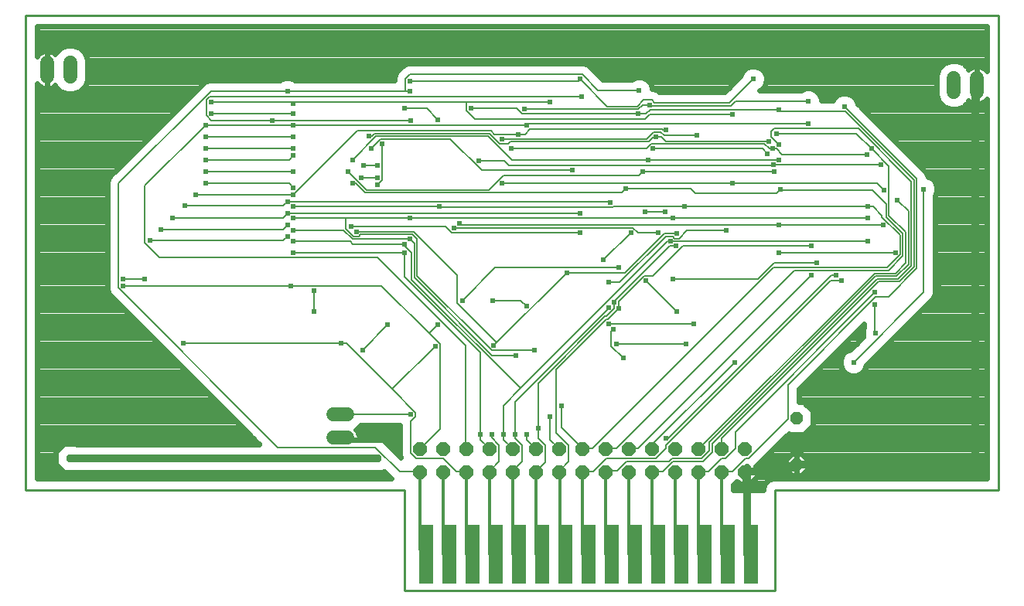
<source format=gbl>
G75*
%MOIN*%
%OFA0B0*%
%FSLAX25Y25*%
%IPPOS*%
%LPD*%
%AMOC8*
5,1,8,0,0,1.08239X$1,22.5*
%
%ADD10C,0.01000*%
%ADD11OC8,0.05200*%
%ADD12OC8,0.06000*%
%ADD13C,0.06000*%
%ADD14R,0.06000X0.25500*%
%ADD15C,0.00600*%
%ADD16OC8,0.03562*%
%ADD17C,0.03200*%
%ADD18C,0.02400*%
%ADD19C,0.02400*%
%ADD20C,0.01200*%
D10*
X0003000Y0050276D02*
X0003000Y0255000D01*
X0422291Y0255000D01*
X0422291Y0050276D01*
X0325835Y0050276D01*
X0325835Y0006969D01*
X0166386Y0006969D01*
X0166386Y0050276D01*
X0003000Y0050276D01*
D11*
X0335323Y0061220D03*
X0335323Y0081220D03*
D12*
X0313000Y0068031D03*
X0303000Y0068031D03*
X0293000Y0068031D03*
X0283000Y0068031D03*
X0273000Y0068031D03*
X0263000Y0068031D03*
X0253000Y0068031D03*
X0243000Y0068031D03*
X0233000Y0068031D03*
X0223000Y0068031D03*
X0213000Y0068031D03*
X0203000Y0068031D03*
X0193000Y0068031D03*
X0183000Y0068031D03*
X0173000Y0068031D03*
X0173000Y0058031D03*
X0183000Y0058031D03*
X0193000Y0058031D03*
X0203000Y0058031D03*
X0213000Y0058031D03*
X0223000Y0058031D03*
X0233000Y0058031D03*
X0243000Y0058031D03*
X0253000Y0058031D03*
X0263000Y0058031D03*
X0273000Y0058031D03*
X0283000Y0058031D03*
X0293000Y0058031D03*
X0303000Y0058031D03*
X0313000Y0058031D03*
D13*
X0141669Y0072795D02*
X0135669Y0072795D01*
X0135669Y0082795D02*
X0141669Y0082795D01*
X0022252Y0228535D02*
X0022252Y0234535D01*
X0012252Y0234535D02*
X0012252Y0228535D01*
X0403039Y0227921D02*
X0403039Y0221921D01*
X0413039Y0221921D02*
X0413039Y0227921D01*
D14*
X0315500Y0022500D03*
X0305500Y0022500D03*
X0295500Y0022500D03*
X0285500Y0022500D03*
X0275500Y0022500D03*
X0265500Y0022500D03*
X0255500Y0022500D03*
X0245500Y0022500D03*
X0235500Y0022500D03*
X0225500Y0022500D03*
X0215500Y0022500D03*
X0205500Y0022500D03*
X0195500Y0022500D03*
X0185500Y0022500D03*
X0175500Y0022500D03*
D15*
X0175331Y0022531D01*
X0173231Y0024631D01*
X0233231Y0024631D02*
X0235331Y0022531D01*
X0235500Y0022500D01*
X0233000Y0058031D02*
X0233231Y0058531D01*
X0237131Y0062431D01*
X0237131Y0069631D01*
X0231731Y0075031D01*
X0231731Y0102331D01*
X0253331Y0123931D01*
X0253931Y0123931D01*
X0258731Y0128731D01*
X0258731Y0131731D01*
X0269531Y0142531D01*
X0273431Y0142531D01*
X0286331Y0155431D01*
X0341531Y0155431D01*
X0343931Y0148231D02*
X0325631Y0148231D01*
X0318731Y0141331D01*
X0281831Y0141331D01*
X0270431Y0140431D02*
X0283631Y0127231D01*
X0290831Y0121831D02*
X0254231Y0121831D01*
X0256331Y0119431D02*
X0255431Y0118531D01*
X0255431Y0112231D01*
X0260531Y0107131D01*
X0257531Y0113131D02*
X0287531Y0113131D01*
X0308531Y0105331D02*
X0273131Y0069931D01*
X0273131Y0068131D01*
X0273000Y0068031D01*
X0274631Y0063931D02*
X0278831Y0068131D01*
X0278831Y0069631D01*
X0349931Y0140731D01*
X0354731Y0140731D01*
X0352331Y0142831D02*
X0350231Y0142831D01*
X0280031Y0072631D01*
X0278831Y0072631D01*
X0266831Y0068131D02*
X0341531Y0142831D01*
X0334331Y0144931D02*
X0374831Y0144931D01*
X0381131Y0151231D01*
X0381131Y0160831D01*
X0373931Y0168031D01*
X0373931Y0173731D01*
X0367931Y0179731D01*
X0328331Y0179731D01*
X0328331Y0180031D01*
X0326531Y0178231D01*
X0291731Y0178231D01*
X0289631Y0180331D01*
X0261731Y0180331D01*
X0259931Y0178531D01*
X0149231Y0178531D01*
X0145331Y0182431D01*
X0144131Y0182431D01*
X0147731Y0184831D02*
X0154631Y0184831D01*
X0156731Y0183931D02*
X0156731Y0199531D01*
X0155831Y0201631D02*
X0186131Y0201631D01*
X0199631Y0188131D01*
X0238631Y0188131D01*
X0254831Y0174631D02*
X0255131Y0174331D01*
X0254831Y0174631D02*
X0115931Y0174631D01*
X0114131Y0172831D01*
X0071531Y0172831D01*
X0076331Y0177631D02*
X0118331Y0177631D01*
X0145931Y0205231D01*
X0203531Y0205231D01*
X0205031Y0203731D01*
X0215231Y0203731D01*
X0218231Y0203731D01*
X0220331Y0205831D01*
X0277331Y0205831D01*
X0277631Y0205531D01*
X0278831Y0205531D01*
X0276731Y0204631D02*
X0273731Y0204631D01*
X0270731Y0201631D01*
X0208331Y0201631D01*
X0207431Y0199531D02*
X0202931Y0204031D01*
X0153431Y0204031D01*
X0152231Y0202831D01*
X0151031Y0202831D01*
X0154031Y0202831D02*
X0202331Y0202831D01*
X0212531Y0192631D01*
X0271331Y0192631D01*
X0327731Y0192631D01*
X0328931Y0195031D02*
X0326531Y0197431D01*
X0325031Y0197431D01*
X0323531Y0197431D01*
X0321431Y0199531D01*
X0272531Y0199531D01*
X0270731Y0197731D01*
X0212231Y0197731D01*
X0211031Y0199531D02*
X0211931Y0200431D01*
X0271631Y0200431D01*
X0273731Y0202531D01*
X0274631Y0202531D01*
X0277031Y0202531D01*
X0278831Y0200731D01*
X0323231Y0200731D01*
X0324431Y0202531D02*
X0327731Y0199231D01*
X0328931Y0195031D02*
X0365531Y0195031D01*
X0367631Y0197431D02*
X0375131Y0189931D01*
X0375131Y0168631D01*
X0382331Y0161431D01*
X0382331Y0148231D01*
X0377831Y0143731D01*
X0368831Y0143731D01*
X0293231Y0068131D01*
X0293000Y0068031D01*
X0294431Y0063931D02*
X0297731Y0067231D01*
X0297731Y0070831D01*
X0369431Y0142531D01*
X0378431Y0142531D01*
X0383531Y0147631D01*
X0383531Y0170431D01*
X0378731Y0175231D01*
X0373031Y0179431D02*
X0370031Y0182431D01*
X0307631Y0182431D01*
X0208331Y0182431D01*
X0208931Y0186031D02*
X0202631Y0179731D01*
X0149831Y0179731D01*
X0142031Y0187531D01*
X0148631Y0190231D02*
X0154631Y0190231D01*
X0156731Y0183931D02*
X0154631Y0181831D01*
X0143831Y0192631D02*
X0154031Y0202831D01*
X0155831Y0201631D02*
X0151931Y0197731D01*
X0169031Y0209731D02*
X0109331Y0209731D01*
X0082931Y0209731D01*
X0080831Y0211831D01*
X0080831Y0218431D01*
X0082331Y0219931D01*
X0242531Y0219931D01*
X0249731Y0222631D02*
X0242831Y0229531D01*
X0168731Y0229531D01*
X0166631Y0227431D01*
X0166631Y0222331D01*
X0115931Y0222331D01*
X0082931Y0222331D01*
X0043031Y0182431D01*
X0043031Y0137431D01*
X0111731Y0068731D01*
X0153731Y0068731D01*
X0164231Y0058231D01*
X0172631Y0058231D01*
X0173000Y0058031D01*
X0171431Y0063931D02*
X0169031Y0066331D01*
X0169031Y0079831D01*
X0171131Y0081931D01*
X0171131Y0083731D01*
X0161081Y0093781D01*
X0179531Y0112231D01*
X0181631Y0113131D02*
X0181631Y0076531D01*
X0173231Y0068131D01*
X0173000Y0068031D01*
X0171431Y0063931D02*
X0182831Y0063931D01*
X0188531Y0058231D01*
X0192431Y0058231D01*
X0193000Y0058031D01*
X0203000Y0058031D02*
X0203231Y0058531D01*
X0207131Y0062431D01*
X0207131Y0069631D01*
X0203831Y0072931D01*
X0203831Y0074131D01*
X0199031Y0074131D02*
X0199031Y0072031D01*
X0202931Y0068131D01*
X0203000Y0068031D01*
X0208931Y0072031D02*
X0212831Y0068131D01*
X0213000Y0068031D01*
X0217031Y0069631D02*
X0214031Y0072631D01*
X0214031Y0074131D01*
X0214031Y0088231D01*
X0254231Y0128431D01*
X0254231Y0129031D01*
X0256631Y0128431D02*
X0253331Y0125131D01*
X0252731Y0125131D01*
X0223931Y0096331D01*
X0223931Y0076831D01*
X0223931Y0072631D01*
X0226931Y0069631D01*
X0226931Y0062131D01*
X0223331Y0058531D01*
X0223000Y0058031D01*
X0217031Y0062431D02*
X0213131Y0058531D01*
X0213000Y0058031D01*
X0217031Y0062431D02*
X0217031Y0069631D01*
X0218831Y0072031D02*
X0222731Y0068131D01*
X0223000Y0068031D01*
X0218831Y0072031D02*
X0218831Y0074131D01*
X0208931Y0074131D02*
X0208931Y0072031D01*
X0208931Y0074131D02*
X0208931Y0086731D01*
X0216281Y0094081D01*
X0169331Y0141031D01*
X0169331Y0152731D01*
X0166331Y0155731D01*
X0166331Y0156331D01*
X0144131Y0156331D01*
X0142931Y0157531D01*
X0118331Y0157531D01*
X0115931Y0159631D02*
X0114131Y0157831D01*
X0056531Y0157831D01*
X0054431Y0156931D02*
X0054431Y0181531D01*
X0080531Y0207631D01*
X0118331Y0207631D01*
X0219131Y0207631D01*
X0219731Y0208231D01*
X0340331Y0208231D01*
X0328331Y0213631D02*
X0327731Y0214231D01*
X0272231Y0214231D01*
X0270431Y0212431D01*
X0266831Y0212431D01*
X0217031Y0212431D01*
X0214631Y0214831D01*
X0195131Y0214831D01*
X0193031Y0213931D02*
X0193031Y0217531D01*
X0229031Y0217531D01*
X0217931Y0214531D02*
X0267131Y0214531D01*
X0268931Y0216331D01*
X0271931Y0216331D01*
X0272231Y0216031D01*
X0307031Y0216031D01*
X0308831Y0217831D01*
X0340331Y0217831D01*
X0328331Y0213631D02*
X0356231Y0213631D01*
X0385931Y0183931D01*
X0385931Y0146431D01*
X0379631Y0140131D01*
X0370631Y0140131D01*
X0303131Y0072631D01*
X0303131Y0068131D01*
X0303000Y0068031D01*
X0298931Y0066631D02*
X0298931Y0070231D01*
X0370031Y0141331D01*
X0379031Y0141331D01*
X0384731Y0147031D01*
X0384731Y0183331D01*
X0361931Y0206131D01*
X0325631Y0206131D01*
X0324431Y0204931D01*
X0324431Y0202531D01*
X0326531Y0204031D02*
X0361031Y0204031D01*
X0367631Y0197431D01*
X0371531Y0190531D02*
X0325331Y0190531D01*
X0325031Y0190231D01*
X0211331Y0190231D01*
X0209231Y0192331D01*
X0198431Y0192331D01*
X0208931Y0186031D02*
X0267431Y0186031D01*
X0268931Y0187531D01*
X0325631Y0187531D01*
X0322631Y0195331D02*
X0320531Y0197431D01*
X0273431Y0197431D01*
X0278231Y0203131D02*
X0292331Y0203131D01*
X0278231Y0203131D02*
X0276731Y0204631D01*
X0270131Y0210331D02*
X0196631Y0210331D01*
X0193031Y0213931D01*
X0193031Y0217531D02*
X0118031Y0217531D01*
X0118331Y0216931D01*
X0117731Y0217531D01*
X0082931Y0217531D01*
X0082931Y0212731D02*
X0118331Y0212731D01*
X0118331Y0202531D02*
X0080531Y0202531D01*
X0080531Y0197731D02*
X0118331Y0197731D01*
X0118331Y0194431D02*
X0116531Y0192631D01*
X0080531Y0192631D01*
X0080531Y0187531D02*
X0118331Y0187531D01*
X0116531Y0182431D02*
X0118331Y0180631D01*
X0116531Y0182431D02*
X0080531Y0182431D01*
X0066431Y0167731D02*
X0114131Y0167731D01*
X0115931Y0169531D01*
X0241931Y0169531D01*
X0256031Y0172231D02*
X0181631Y0172231D01*
X0181331Y0172531D01*
X0118331Y0172531D01*
X0118331Y0167431D02*
X0141131Y0167431D01*
X0141131Y0162931D01*
X0144431Y0159631D01*
X0146531Y0159631D01*
X0147431Y0160531D01*
X0169631Y0160531D01*
X0171731Y0158431D01*
X0171731Y0142531D01*
X0203831Y0110431D01*
X0222431Y0110431D01*
X0214331Y0108331D02*
X0204131Y0108331D01*
X0170531Y0141931D01*
X0170531Y0156631D01*
X0168731Y0158431D01*
X0143831Y0158431D01*
X0139931Y0162331D01*
X0118331Y0162331D01*
X0115931Y0164431D02*
X0114131Y0162631D01*
X0061331Y0162631D01*
X0054431Y0156931D02*
X0060731Y0150631D01*
X0154631Y0150631D01*
X0192731Y0112531D01*
X0192731Y0068131D01*
X0193000Y0068031D01*
X0199031Y0074131D02*
X0199031Y0109531D01*
X0166331Y0142231D01*
X0166331Y0152731D01*
X0118331Y0152731D01*
X0117431Y0138331D02*
X0156431Y0138331D01*
X0176981Y0117781D01*
X0180731Y0121531D01*
X0176981Y0117781D02*
X0181631Y0113131D01*
X0159131Y0121531D02*
X0148331Y0110731D01*
X0141431Y0113431D02*
X0139031Y0113431D01*
X0070931Y0113431D01*
X0045131Y0138331D02*
X0117431Y0138331D01*
X0127331Y0136231D02*
X0127331Y0127231D01*
X0141431Y0113431D02*
X0161081Y0093781D01*
X0169031Y0082831D02*
X0138731Y0082831D01*
X0138669Y0082795D01*
X0204731Y0112531D02*
X0206081Y0113881D01*
X0189131Y0130831D01*
X0189131Y0142831D01*
X0170231Y0161731D01*
X0145631Y0161731D01*
X0143231Y0163831D02*
X0184031Y0163831D01*
X0186731Y0161131D01*
X0241931Y0161131D01*
X0252131Y0149431D02*
X0263831Y0161131D01*
X0264731Y0163231D02*
X0187631Y0163231D01*
X0190031Y0165331D02*
X0190931Y0164431D01*
X0327731Y0164431D01*
X0372731Y0164431D01*
X0372131Y0168031D02*
X0372131Y0168631D01*
X0368231Y0172531D01*
X0366131Y0172531D01*
X0286931Y0172531D01*
X0256331Y0172531D01*
X0256031Y0172231D01*
X0270131Y0170131D02*
X0278531Y0170131D01*
X0281831Y0167431D02*
X0366131Y0167431D01*
X0372131Y0168031D02*
X0379931Y0160231D01*
X0379931Y0151831D01*
X0374231Y0146131D01*
X0325331Y0146131D01*
X0247331Y0068131D01*
X0243131Y0068131D01*
X0243000Y0068031D01*
X0242831Y0068131D01*
X0233831Y0077131D01*
X0233831Y0086731D01*
X0229031Y0081931D02*
X0229031Y0072031D01*
X0232931Y0068131D01*
X0233000Y0068031D01*
X0243000Y0058031D02*
X0243431Y0058231D01*
X0247631Y0058231D01*
X0253331Y0063931D01*
X0274631Y0063931D01*
X0280331Y0062731D02*
X0281531Y0063931D01*
X0294431Y0063931D01*
X0295031Y0062731D02*
X0298931Y0066631D01*
X0303131Y0063931D02*
X0304631Y0063931D01*
X0308831Y0068131D01*
X0308831Y0075331D01*
X0369131Y0135631D01*
X0369431Y0133531D02*
X0374831Y0133531D01*
X0387131Y0145831D01*
X0387131Y0184531D01*
X0355931Y0215731D01*
X0316631Y0227431D02*
X0306431Y0217231D01*
X0274031Y0217231D01*
X0272831Y0218431D01*
X0269231Y0218431D01*
X0266531Y0215731D01*
X0253631Y0215731D01*
X0241931Y0227431D01*
X0241931Y0227131D01*
X0241331Y0226531D01*
X0168731Y0226531D01*
X0168731Y0222331D02*
X0166631Y0222331D01*
X0166331Y0214831D02*
X0175931Y0214831D01*
X0180731Y0210031D01*
X0207431Y0199531D02*
X0211031Y0199531D01*
X0249731Y0222631D02*
X0267431Y0222631D01*
X0271931Y0212131D02*
X0270131Y0210331D01*
X0271931Y0212131D02*
X0307631Y0212131D01*
X0281831Y0167431D02*
X0168731Y0167431D01*
X0141131Y0167431D01*
X0191231Y0132031D02*
X0205331Y0146131D01*
X0258731Y0146131D01*
X0261431Y0144031D02*
X0236231Y0144031D01*
X0206081Y0113881D01*
X0218831Y0129631D02*
X0216431Y0132031D01*
X0204431Y0132031D01*
X0254231Y0139831D02*
X0259031Y0139831D01*
X0278831Y0159631D01*
X0281831Y0159631D01*
X0282731Y0158731D01*
X0284531Y0158731D01*
X0288131Y0162331D01*
X0304931Y0162331D01*
X0283631Y0160831D02*
X0278231Y0160831D01*
X0261431Y0144031D01*
X0256631Y0131431D02*
X0280631Y0155431D01*
X0283331Y0155431D01*
X0280931Y0157531D02*
X0279731Y0157531D01*
X0216281Y0094081D01*
X0253031Y0068131D02*
X0253000Y0068031D01*
X0253031Y0068131D02*
X0257531Y0068131D01*
X0334331Y0144931D01*
X0327731Y0152731D02*
X0377831Y0152731D01*
X0366131Y0157531D02*
X0280931Y0157531D01*
X0275531Y0161131D02*
X0266831Y0161131D01*
X0264731Y0163231D01*
X0256631Y0131431D02*
X0256631Y0131131D01*
X0256631Y0128431D01*
X0331631Y0095731D02*
X0369431Y0133531D01*
X0369131Y0130231D02*
X0369131Y0118231D01*
X0369431Y0117931D01*
X0359831Y0105331D02*
X0390131Y0135631D01*
X0390131Y0180031D01*
X0396731Y0138031D02*
X0412449Y0138031D01*
X0331631Y0095731D02*
X0331631Y0081031D01*
X0314531Y0063931D01*
X0313331Y0063931D01*
X0307631Y0058231D01*
X0303431Y0058231D01*
X0303000Y0058031D01*
X0297431Y0058231D02*
X0303131Y0063931D01*
X0295031Y0062731D02*
X0282131Y0062731D01*
X0277631Y0058231D01*
X0273431Y0058231D01*
X0273000Y0058031D01*
X0280331Y0062731D02*
X0262031Y0062731D01*
X0257831Y0058531D01*
X0253331Y0058531D01*
X0253000Y0058031D01*
X0263000Y0068031D02*
X0263231Y0068131D01*
X0266831Y0068131D01*
X0293000Y0058031D02*
X0293531Y0058231D01*
X0297431Y0058231D01*
X0312731Y0068131D02*
X0313000Y0068031D01*
X0335323Y0081220D02*
X0335531Y0081331D01*
X0054431Y0141331D02*
X0045131Y0141331D01*
X0022331Y0231331D02*
X0022252Y0231535D01*
D16*
X0162449Y0071929D03*
X0154575Y0064055D03*
X0111268Y0064055D03*
X0022252Y0064055D03*
D17*
X0111268Y0064055D01*
X0154575Y0064055D01*
X0313000Y0058031D02*
X0334102Y0060000D01*
X0335323Y0061220D01*
X0412449Y0060118D01*
X0412449Y0138031D01*
X0412449Y0219567D01*
X0413039Y0224921D01*
X0314024Y0060000D02*
X0314024Y0022717D01*
X0315500Y0022717D01*
X0315500Y0022500D01*
X0313000Y0058031D02*
X0314024Y0060000D01*
D18*
X0314078Y0058032D02*
X0318200Y0058032D01*
X0318200Y0060185D01*
X0317816Y0060569D01*
X0331945Y0074699D01*
X0332423Y0074220D01*
X0338222Y0074220D01*
X0342323Y0078321D01*
X0342323Y0084120D01*
X0338222Y0088220D01*
X0336331Y0088220D01*
X0336331Y0093785D01*
X0364431Y0121885D01*
X0364431Y0120494D01*
X0363831Y0119045D01*
X0363831Y0116818D01*
X0364077Y0116224D01*
X0358785Y0110931D01*
X0358718Y0110931D01*
X0356659Y0110079D01*
X0355084Y0108504D01*
X0354231Y0106445D01*
X0354231Y0104218D01*
X0355084Y0102159D01*
X0356659Y0100584D01*
X0358718Y0099731D01*
X0360945Y0099731D01*
X0363004Y0100584D01*
X0364579Y0102159D01*
X0365431Y0104218D01*
X0365431Y0104285D01*
X0392794Y0131647D01*
X0394116Y0132969D01*
X0394831Y0134697D01*
X0394831Y0176812D01*
X0394879Y0176859D01*
X0395731Y0178918D01*
X0395731Y0181145D01*
X0394879Y0183204D01*
X0393304Y0184779D01*
X0391831Y0185389D01*
X0391831Y0185466D01*
X0391116Y0187194D01*
X0361531Y0216778D01*
X0361531Y0216845D01*
X0360679Y0218904D01*
X0359104Y0220479D01*
X0357045Y0221331D01*
X0354818Y0221331D01*
X0352759Y0220479D01*
X0351184Y0218904D01*
X0350947Y0218331D01*
X0345931Y0218331D01*
X0345931Y0218945D01*
X0345079Y0221004D01*
X0343504Y0222579D01*
X0341445Y0223431D01*
X0339218Y0223431D01*
X0337159Y0222579D01*
X0337112Y0222531D01*
X0319435Y0222531D01*
X0319804Y0222684D01*
X0321379Y0224259D01*
X0322231Y0226318D01*
X0322231Y0228545D01*
X0321379Y0230604D01*
X0319804Y0232179D01*
X0317745Y0233031D01*
X0315518Y0233031D01*
X0313459Y0232179D01*
X0311884Y0230604D01*
X0311031Y0228545D01*
X0311031Y0228478D01*
X0304485Y0221931D01*
X0275978Y0221931D01*
X0275494Y0222416D01*
X0273766Y0223131D01*
X0273031Y0223131D01*
X0273031Y0223745D01*
X0272179Y0225804D01*
X0270604Y0227379D01*
X0268545Y0228231D01*
X0266318Y0228231D01*
X0264259Y0227379D01*
X0264212Y0227331D01*
X0251678Y0227331D01*
X0245494Y0233516D01*
X0243766Y0234231D01*
X0167797Y0234231D01*
X0166069Y0233516D01*
X0163969Y0231416D01*
X0162647Y0230094D01*
X0161931Y0228366D01*
X0161931Y0227031D01*
X0119151Y0227031D01*
X0119104Y0227079D01*
X0117045Y0227931D01*
X0114818Y0227931D01*
X0112759Y0227079D01*
X0112712Y0227031D01*
X0081997Y0227031D01*
X0080269Y0226316D01*
X0078947Y0224994D01*
X0039047Y0185094D01*
X0038331Y0183366D01*
X0038331Y0136497D01*
X0039047Y0134769D01*
X0040369Y0133447D01*
X0103761Y0070055D01*
X0024993Y0070055D01*
X0024812Y0070236D01*
X0019692Y0070236D01*
X0016071Y0066615D01*
X0016071Y0061495D01*
X0019692Y0057874D01*
X0024812Y0057874D01*
X0024993Y0058055D01*
X0108526Y0058055D01*
X0108707Y0057874D01*
X0113828Y0057874D01*
X0114009Y0058055D01*
X0151833Y0058055D01*
X0152015Y0057874D01*
X0157135Y0057874D01*
X0157539Y0058278D01*
X0160641Y0055176D01*
X0007900Y0055176D01*
X0007900Y0225679D01*
X0008286Y0225148D01*
X0008864Y0224569D01*
X0009527Y0224088D01*
X0010256Y0223716D01*
X0011034Y0223463D01*
X0011843Y0223335D01*
X0012252Y0223335D01*
X0012661Y0223335D01*
X0013470Y0223463D01*
X0014248Y0223716D01*
X0014977Y0224088D01*
X0015640Y0224569D01*
X0015813Y0224743D01*
X0015979Y0224344D01*
X0018060Y0222262D01*
X0020780Y0221135D01*
X0023724Y0221135D01*
X0026444Y0222262D01*
X0028525Y0224344D01*
X0029652Y0227063D01*
X0029652Y0236007D01*
X0028525Y0238727D01*
X0026444Y0240809D01*
X0023724Y0241935D01*
X0020780Y0241935D01*
X0018060Y0240809D01*
X0015979Y0238727D01*
X0015813Y0238328D01*
X0015640Y0238502D01*
X0014977Y0238983D01*
X0014248Y0239354D01*
X0013470Y0239607D01*
X0012661Y0239735D01*
X0012252Y0239735D01*
X0012252Y0231536D01*
X0012252Y0231536D01*
X0012252Y0239735D01*
X0011843Y0239735D01*
X0011034Y0239607D01*
X0010256Y0239354D01*
X0009527Y0238983D01*
X0008864Y0238502D01*
X0008286Y0237923D01*
X0007900Y0237392D01*
X0007900Y0250100D01*
X0417391Y0250100D01*
X0417391Y0230778D01*
X0417006Y0231309D01*
X0416427Y0231888D01*
X0415765Y0232369D01*
X0415035Y0232740D01*
X0414257Y0232993D01*
X0413449Y0233121D01*
X0413039Y0233121D01*
X0412630Y0233121D01*
X0411822Y0232993D01*
X0411043Y0232740D01*
X0410314Y0232369D01*
X0409652Y0231888D01*
X0409478Y0231714D01*
X0409313Y0232113D01*
X0407231Y0234195D01*
X0404511Y0235321D01*
X0401567Y0235321D01*
X0398848Y0234195D01*
X0396766Y0232113D01*
X0395639Y0229393D01*
X0395639Y0220449D01*
X0396766Y0217729D01*
X0398848Y0215648D01*
X0401567Y0214521D01*
X0404511Y0214521D01*
X0407231Y0215648D01*
X0409313Y0217729D01*
X0409478Y0218129D01*
X0409652Y0217955D01*
X0410314Y0217474D01*
X0411043Y0217102D01*
X0411822Y0216849D01*
X0412630Y0216721D01*
X0413039Y0216721D01*
X0413039Y0224921D01*
X0413039Y0224921D01*
X0413039Y0216721D01*
X0413449Y0216721D01*
X0414257Y0216849D01*
X0415035Y0217102D01*
X0415765Y0217474D01*
X0416427Y0217955D01*
X0417006Y0218534D01*
X0417391Y0219064D01*
X0417391Y0055176D01*
X0324860Y0055176D01*
X0323059Y0054430D01*
X0321681Y0053051D01*
X0320935Y0051250D01*
X0320935Y0050276D01*
X0308000Y0050276D01*
X0308000Y0052566D01*
X0309247Y0053813D01*
X0309683Y0053994D01*
X0310846Y0052831D01*
X0313000Y0052831D01*
X0315154Y0052831D01*
X0318200Y0055878D01*
X0318200Y0058031D01*
X0314078Y0058031D01*
X0314078Y0058032D01*
X0313000Y0056953D02*
X0313000Y0052831D01*
X0313000Y0056953D01*
X0313000Y0056953D01*
X0313000Y0055799D02*
X0313000Y0055799D01*
X0313000Y0053400D02*
X0313000Y0053400D01*
X0315723Y0053400D02*
X0322030Y0053400D01*
X0320935Y0051002D02*
X0308000Y0051002D01*
X0308834Y0053400D02*
X0310277Y0053400D01*
X0318121Y0055799D02*
X0417391Y0055799D01*
X0417391Y0058197D02*
X0339088Y0058197D01*
X0340123Y0059232D02*
X0340123Y0061220D01*
X0335323Y0061220D01*
X0335323Y0056420D01*
X0337311Y0056420D01*
X0340123Y0059232D01*
X0340123Y0060596D02*
X0417391Y0060596D01*
X0417391Y0062994D02*
X0340123Y0062994D01*
X0340123Y0063209D02*
X0337311Y0066020D01*
X0335323Y0066020D01*
X0335323Y0061221D01*
X0335323Y0061221D01*
X0335323Y0066020D01*
X0333335Y0066020D01*
X0330523Y0063209D01*
X0330523Y0061221D01*
X0335323Y0061221D01*
X0340123Y0061221D01*
X0340123Y0063209D01*
X0337939Y0065393D02*
X0417391Y0065393D01*
X0417391Y0067791D02*
X0325038Y0067791D01*
X0322640Y0065393D02*
X0332707Y0065393D01*
X0335323Y0065393D02*
X0335323Y0065393D01*
X0335323Y0062994D02*
X0335323Y0062994D01*
X0335323Y0061221D02*
X0335323Y0061220D01*
X0335323Y0061220D01*
X0335323Y0061221D01*
X0335323Y0061220D02*
X0330523Y0061220D01*
X0330523Y0059232D01*
X0333335Y0056420D01*
X0335323Y0056420D01*
X0335323Y0061220D01*
X0335323Y0060596D02*
X0335323Y0060596D01*
X0335323Y0058197D02*
X0335323Y0058197D01*
X0331558Y0058197D02*
X0318200Y0058197D01*
X0317843Y0060596D02*
X0330523Y0060596D01*
X0330523Y0062994D02*
X0320241Y0062994D01*
X0327437Y0070190D02*
X0417391Y0070190D01*
X0417391Y0072588D02*
X0329835Y0072588D01*
X0338989Y0074987D02*
X0417391Y0074987D01*
X0417391Y0077385D02*
X0341387Y0077385D01*
X0342323Y0079784D02*
X0417391Y0079784D01*
X0417391Y0082182D02*
X0342323Y0082182D01*
X0341862Y0084581D02*
X0417391Y0084581D01*
X0417391Y0086979D02*
X0339463Y0086979D01*
X0336331Y0089378D02*
X0417391Y0089378D01*
X0417391Y0091776D02*
X0336331Y0091776D01*
X0336722Y0094175D02*
X0417391Y0094175D01*
X0417391Y0096573D02*
X0339120Y0096573D01*
X0341519Y0098972D02*
X0417391Y0098972D01*
X0417391Y0101370D02*
X0363790Y0101370D01*
X0365246Y0103769D02*
X0417391Y0103769D01*
X0417391Y0106167D02*
X0367314Y0106167D01*
X0369713Y0108566D02*
X0417391Y0108566D01*
X0417391Y0110965D02*
X0372111Y0110965D01*
X0374510Y0113363D02*
X0417391Y0113363D01*
X0417391Y0115762D02*
X0376908Y0115762D01*
X0379307Y0118160D02*
X0417391Y0118160D01*
X0417391Y0120559D02*
X0381705Y0120559D01*
X0384104Y0122957D02*
X0417391Y0122957D01*
X0417391Y0125356D02*
X0386502Y0125356D01*
X0388901Y0127754D02*
X0417391Y0127754D01*
X0417391Y0130153D02*
X0391299Y0130153D01*
X0393698Y0132551D02*
X0417391Y0132551D01*
X0417391Y0134950D02*
X0394831Y0134950D01*
X0394831Y0137348D02*
X0417391Y0137348D01*
X0417391Y0139747D02*
X0394831Y0139747D01*
X0394831Y0142145D02*
X0417391Y0142145D01*
X0417391Y0144544D02*
X0394831Y0144544D01*
X0394831Y0146942D02*
X0417391Y0146942D01*
X0417391Y0149341D02*
X0394831Y0149341D01*
X0394831Y0151739D02*
X0417391Y0151739D01*
X0417391Y0154138D02*
X0394831Y0154138D01*
X0394831Y0156536D02*
X0417391Y0156536D01*
X0417391Y0158935D02*
X0394831Y0158935D01*
X0394831Y0161333D02*
X0417391Y0161333D01*
X0417391Y0163732D02*
X0394831Y0163732D01*
X0394831Y0166130D02*
X0417391Y0166130D01*
X0417391Y0168529D02*
X0394831Y0168529D01*
X0394831Y0170927D02*
X0417391Y0170927D01*
X0417391Y0173326D02*
X0394831Y0173326D01*
X0394831Y0175724D02*
X0417391Y0175724D01*
X0417391Y0178123D02*
X0395402Y0178123D01*
X0395731Y0180521D02*
X0417391Y0180521D01*
X0417391Y0182920D02*
X0394996Y0182920D01*
X0392001Y0185318D02*
X0417391Y0185318D01*
X0417391Y0187717D02*
X0390593Y0187717D01*
X0388194Y0190115D02*
X0417391Y0190115D01*
X0417391Y0192514D02*
X0385796Y0192514D01*
X0383397Y0194912D02*
X0417391Y0194912D01*
X0417391Y0197311D02*
X0380999Y0197311D01*
X0378600Y0199709D02*
X0417391Y0199709D01*
X0417391Y0202108D02*
X0376202Y0202108D01*
X0373803Y0204506D02*
X0417391Y0204506D01*
X0417391Y0206905D02*
X0371405Y0206905D01*
X0369006Y0209303D02*
X0417391Y0209303D01*
X0417391Y0211702D02*
X0366608Y0211702D01*
X0364209Y0214100D02*
X0417391Y0214100D01*
X0417391Y0216499D02*
X0408082Y0216499D01*
X0413039Y0218898D02*
X0413039Y0218898D01*
X0413039Y0221296D02*
X0413039Y0221296D01*
X0413039Y0223695D02*
X0413039Y0223695D01*
X0413039Y0224921D02*
X0413039Y0233121D01*
X0413039Y0224921D01*
X0413039Y0224921D01*
X0413039Y0226093D02*
X0413039Y0226093D01*
X0413039Y0228492D02*
X0413039Y0228492D01*
X0413039Y0230890D02*
X0413039Y0230890D01*
X0417310Y0230890D02*
X0417391Y0230890D01*
X0417391Y0233289D02*
X0408137Y0233289D01*
X0417391Y0235687D02*
X0029652Y0235687D01*
X0029652Y0233289D02*
X0165842Y0233289D01*
X0163969Y0231416D02*
X0163969Y0231416D01*
X0163443Y0230890D02*
X0029652Y0230890D01*
X0029652Y0228492D02*
X0161983Y0228492D01*
X0080046Y0226093D02*
X0029250Y0226093D01*
X0027876Y0223695D02*
X0077648Y0223695D01*
X0075249Y0221296D02*
X0024112Y0221296D01*
X0020392Y0221296D02*
X0007900Y0221296D01*
X0007900Y0218898D02*
X0072851Y0218898D01*
X0070452Y0216499D02*
X0007900Y0216499D01*
X0007900Y0214100D02*
X0068054Y0214100D01*
X0065655Y0211702D02*
X0007900Y0211702D01*
X0007900Y0209303D02*
X0063257Y0209303D01*
X0060858Y0206905D02*
X0007900Y0206905D01*
X0007900Y0204506D02*
X0058460Y0204506D01*
X0056061Y0202108D02*
X0007900Y0202108D01*
X0007900Y0199709D02*
X0053663Y0199709D01*
X0051264Y0197311D02*
X0007900Y0197311D01*
X0007900Y0194912D02*
X0048866Y0194912D01*
X0046467Y0192514D02*
X0007900Y0192514D01*
X0007900Y0190115D02*
X0044069Y0190115D01*
X0041670Y0187717D02*
X0007900Y0187717D01*
X0007900Y0185318D02*
X0039272Y0185318D01*
X0038331Y0182920D02*
X0007900Y0182920D01*
X0007900Y0180521D02*
X0038331Y0180521D01*
X0038331Y0178123D02*
X0007900Y0178123D01*
X0007900Y0175724D02*
X0038331Y0175724D01*
X0038331Y0173326D02*
X0007900Y0173326D01*
X0007900Y0170927D02*
X0038331Y0170927D01*
X0038331Y0168529D02*
X0007900Y0168529D01*
X0007900Y0166130D02*
X0038331Y0166130D01*
X0038331Y0163732D02*
X0007900Y0163732D01*
X0007900Y0161333D02*
X0038331Y0161333D01*
X0038331Y0158935D02*
X0007900Y0158935D01*
X0007900Y0156536D02*
X0038331Y0156536D01*
X0038331Y0154138D02*
X0007900Y0154138D01*
X0007900Y0151739D02*
X0038331Y0151739D01*
X0038331Y0149341D02*
X0007900Y0149341D01*
X0007900Y0146942D02*
X0038331Y0146942D01*
X0038331Y0144544D02*
X0007900Y0144544D01*
X0007900Y0142145D02*
X0038331Y0142145D01*
X0038331Y0139747D02*
X0007900Y0139747D01*
X0007900Y0137348D02*
X0038331Y0137348D01*
X0038972Y0134950D02*
X0007900Y0134950D01*
X0007900Y0132551D02*
X0041265Y0132551D01*
X0043664Y0130153D02*
X0007900Y0130153D01*
X0007900Y0127754D02*
X0046062Y0127754D01*
X0048461Y0125356D02*
X0007900Y0125356D01*
X0007900Y0122957D02*
X0050859Y0122957D01*
X0053258Y0120559D02*
X0007900Y0120559D01*
X0007900Y0118160D02*
X0055656Y0118160D01*
X0058055Y0115762D02*
X0007900Y0115762D01*
X0007900Y0113363D02*
X0060453Y0113363D01*
X0062852Y0110965D02*
X0007900Y0110965D01*
X0007900Y0108566D02*
X0065250Y0108566D01*
X0067649Y0106167D02*
X0007900Y0106167D01*
X0007900Y0103769D02*
X0070047Y0103769D01*
X0072446Y0101370D02*
X0007900Y0101370D01*
X0007900Y0098972D02*
X0074844Y0098972D01*
X0077243Y0096573D02*
X0007900Y0096573D01*
X0007900Y0094175D02*
X0079641Y0094175D01*
X0082040Y0091776D02*
X0007900Y0091776D01*
X0007900Y0089378D02*
X0084438Y0089378D01*
X0086837Y0086979D02*
X0007900Y0086979D01*
X0007900Y0084581D02*
X0089235Y0084581D01*
X0091634Y0082182D02*
X0007900Y0082182D01*
X0007900Y0079784D02*
X0094032Y0079784D01*
X0096431Y0077385D02*
X0007900Y0077385D01*
X0007900Y0074987D02*
X0098829Y0074987D01*
X0101228Y0072588D02*
X0007900Y0072588D01*
X0007900Y0070190D02*
X0019645Y0070190D01*
X0017247Y0067791D02*
X0007900Y0067791D01*
X0007900Y0065393D02*
X0016071Y0065393D01*
X0016071Y0062994D02*
X0007900Y0062994D01*
X0007900Y0060596D02*
X0016970Y0060596D01*
X0019368Y0058197D02*
X0007900Y0058197D01*
X0007900Y0055799D02*
X0160017Y0055799D01*
X0157619Y0058197D02*
X0157458Y0058197D01*
X0164769Y0064341D02*
X0157716Y0071394D01*
X0156394Y0072716D01*
X0154666Y0073431D01*
X0146833Y0073431D01*
X0146741Y0074013D01*
X0146488Y0074791D01*
X0146117Y0075521D01*
X0145636Y0076183D01*
X0145462Y0076357D01*
X0145861Y0076522D01*
X0147471Y0078131D01*
X0164331Y0078131D01*
X0164331Y0065397D01*
X0164769Y0064341D01*
X0164333Y0065393D02*
X0163717Y0065393D01*
X0164331Y0067791D02*
X0161318Y0067791D01*
X0158920Y0070190D02*
X0164331Y0070190D01*
X0164331Y0072588D02*
X0156521Y0072588D01*
X0162449Y0071929D02*
X0139535Y0071929D01*
X0138669Y0072795D01*
X0146389Y0074987D02*
X0164331Y0074987D01*
X0164331Y0077385D02*
X0146725Y0077385D01*
X0103626Y0070190D02*
X0024859Y0070190D01*
X0012252Y0223335D02*
X0012252Y0231535D01*
X0012252Y0231535D01*
X0012252Y0223335D01*
X0012252Y0223695D02*
X0012252Y0223695D01*
X0014181Y0223695D02*
X0016628Y0223695D01*
X0012252Y0226093D02*
X0012252Y0226093D01*
X0012252Y0228492D02*
X0012252Y0228492D01*
X0012252Y0230890D02*
X0012252Y0230890D01*
X0012252Y0233289D02*
X0012252Y0233289D01*
X0012252Y0235687D02*
X0012252Y0235687D01*
X0012252Y0238086D02*
X0012252Y0238086D01*
X0008448Y0238086D02*
X0007900Y0238086D01*
X0007900Y0240484D02*
X0017735Y0240484D01*
X0026768Y0240484D02*
X0417391Y0240484D01*
X0417391Y0238086D02*
X0028791Y0238086D01*
X0007900Y0242883D02*
X0417391Y0242883D01*
X0417391Y0245281D02*
X0007900Y0245281D01*
X0007900Y0247680D02*
X0417391Y0247680D01*
X0417391Y0250078D02*
X0007900Y0250078D01*
X0007900Y0223695D02*
X0010323Y0223695D01*
X0245721Y0233289D02*
X0397942Y0233289D01*
X0396259Y0230890D02*
X0321092Y0230890D01*
X0322231Y0228492D02*
X0395639Y0228492D01*
X0395639Y0226093D02*
X0322138Y0226093D01*
X0320814Y0223695D02*
X0395639Y0223695D01*
X0395639Y0221296D02*
X0357131Y0221296D01*
X0354732Y0221296D02*
X0344787Y0221296D01*
X0345931Y0218898D02*
X0351182Y0218898D01*
X0360681Y0218898D02*
X0396282Y0218898D01*
X0397996Y0216499D02*
X0361811Y0216499D01*
X0312170Y0230890D02*
X0248120Y0230890D01*
X0250518Y0228492D02*
X0311031Y0228492D01*
X0308646Y0226093D02*
X0271890Y0226093D01*
X0273031Y0223695D02*
X0306248Y0223695D01*
X0417270Y0218898D02*
X0417391Y0218898D01*
X0364431Y0120559D02*
X0363105Y0120559D01*
X0363831Y0118160D02*
X0360707Y0118160D01*
X0358308Y0115762D02*
X0363615Y0115762D01*
X0361216Y0113363D02*
X0355910Y0113363D01*
X0353511Y0110965D02*
X0358818Y0110965D01*
X0355146Y0108566D02*
X0351113Y0108566D01*
X0348714Y0106167D02*
X0354231Y0106167D01*
X0354417Y0103769D02*
X0346316Y0103769D01*
X0343917Y0101370D02*
X0355873Y0101370D01*
D19*
X0359831Y0105331D03*
X0369431Y0117931D03*
X0369131Y0130231D03*
X0369131Y0135631D03*
X0354731Y0140731D03*
X0352331Y0142831D03*
X0343931Y0148231D03*
X0341531Y0155431D03*
X0327731Y0152731D03*
X0341531Y0142831D03*
X0366131Y0157531D03*
X0377831Y0152731D03*
X0372731Y0164431D03*
X0366131Y0167431D03*
X0366131Y0172531D03*
X0378731Y0175231D03*
X0373031Y0179431D03*
X0371531Y0190531D03*
X0365531Y0195031D03*
X0367631Y0197431D03*
X0390131Y0180031D03*
X0340331Y0208231D03*
X0327731Y0214231D03*
X0340331Y0217831D03*
X0355931Y0215731D03*
X0327731Y0199231D03*
X0325031Y0197431D03*
X0322631Y0195331D03*
X0323231Y0200731D03*
X0326531Y0204031D03*
X0327731Y0192631D03*
X0325331Y0190531D03*
X0325631Y0187531D03*
X0328331Y0180031D03*
X0307631Y0182431D03*
X0286931Y0172531D03*
X0281831Y0167431D03*
X0278531Y0170131D03*
X0270131Y0170131D03*
X0255131Y0174331D03*
X0261731Y0180331D03*
X0268931Y0187531D03*
X0271331Y0192631D03*
X0273431Y0197431D03*
X0274631Y0202531D03*
X0278831Y0205531D03*
X0266831Y0212431D03*
X0271931Y0216331D03*
X0267431Y0222631D03*
X0242531Y0219931D03*
X0241931Y0227431D03*
X0229031Y0217531D03*
X0217931Y0214531D03*
X0219131Y0207631D03*
X0215231Y0203731D03*
X0208331Y0201631D03*
X0212231Y0197731D03*
X0198431Y0192331D03*
X0208331Y0182431D03*
X0181331Y0172531D03*
X0168731Y0167431D03*
X0168731Y0158431D03*
X0166331Y0156331D03*
X0166331Y0152731D03*
X0145631Y0161731D03*
X0143231Y0163831D03*
X0118331Y0162331D03*
X0115931Y0164431D03*
X0118331Y0167431D03*
X0115931Y0169531D03*
X0118331Y0172531D03*
X0115931Y0174631D03*
X0118331Y0177631D03*
X0118331Y0180631D03*
X0118331Y0187531D03*
X0118331Y0194431D03*
X0118331Y0197731D03*
X0118331Y0202531D03*
X0118331Y0207631D03*
X0118331Y0212731D03*
X0118331Y0216931D03*
X0115931Y0222331D03*
X0109331Y0209731D03*
X0082931Y0212731D03*
X0082931Y0217531D03*
X0080531Y0207631D03*
X0080531Y0202531D03*
X0080531Y0197731D03*
X0080531Y0192631D03*
X0080531Y0187531D03*
X0080531Y0182431D03*
X0076331Y0177631D03*
X0071531Y0172831D03*
X0066431Y0167731D03*
X0061331Y0162631D03*
X0056531Y0157831D03*
X0054431Y0141331D03*
X0045131Y0141331D03*
X0045131Y0138331D03*
X0070931Y0113431D03*
X0117431Y0138331D03*
X0127331Y0136231D03*
X0127331Y0127231D03*
X0139031Y0113431D03*
X0148331Y0110731D03*
X0159131Y0121531D03*
X0180731Y0121531D03*
X0179531Y0112231D03*
X0204731Y0112531D03*
X0214331Y0108331D03*
X0222431Y0110431D03*
X0218831Y0129631D03*
X0204431Y0132031D03*
X0191231Y0132031D03*
X0236231Y0144031D03*
X0252131Y0149431D03*
X0258731Y0146131D03*
X0270431Y0140431D03*
X0281831Y0141331D03*
X0283331Y0155431D03*
X0280931Y0157531D03*
X0283631Y0160831D03*
X0275531Y0161131D03*
X0263831Y0161131D03*
X0241931Y0161131D03*
X0241931Y0169531D03*
X0238631Y0188131D03*
X0195131Y0214831D03*
X0180731Y0210031D03*
X0169031Y0209731D03*
X0166331Y0214831D03*
X0168731Y0222331D03*
X0168731Y0226531D03*
X0151031Y0202831D03*
X0151931Y0197731D03*
X0156731Y0199531D03*
X0154631Y0190231D03*
X0154631Y0184831D03*
X0154631Y0181831D03*
X0147731Y0184831D03*
X0144131Y0182431D03*
X0142031Y0187531D03*
X0148631Y0190231D03*
X0143831Y0192631D03*
X0190031Y0165331D03*
X0187631Y0163231D03*
X0254231Y0139831D03*
X0256631Y0131131D03*
X0254231Y0129031D03*
X0258731Y0128731D03*
X0254231Y0121831D03*
X0256331Y0119431D03*
X0257531Y0113131D03*
X0260531Y0107131D03*
X0287531Y0113131D03*
X0290831Y0121831D03*
X0283631Y0127231D03*
X0308531Y0105331D03*
X0278831Y0072631D03*
X0233831Y0086731D03*
X0229031Y0081931D03*
X0223931Y0076831D03*
X0218831Y0074131D03*
X0214031Y0074131D03*
X0208931Y0074131D03*
X0203831Y0074131D03*
X0199031Y0074131D03*
X0169031Y0082831D03*
X0118331Y0152731D03*
X0118331Y0157531D03*
X0115931Y0159631D03*
X0292331Y0203131D03*
X0307631Y0212131D03*
X0316631Y0227431D03*
X0327731Y0164431D03*
X0304931Y0162331D03*
X0396731Y0138031D03*
D20*
X0303000Y0058031D02*
X0303000Y0022500D01*
X0305500Y0022500D01*
X0295500Y0022500D02*
X0293000Y0022500D01*
X0293000Y0058031D01*
X0283000Y0058031D02*
X0283000Y0022500D01*
X0285500Y0022500D01*
X0275500Y0022500D02*
X0273000Y0022500D01*
X0273000Y0058031D01*
X0263000Y0058031D02*
X0263000Y0022500D01*
X0265500Y0022500D01*
X0255500Y0022500D02*
X0253000Y0022500D01*
X0253000Y0058031D01*
X0243000Y0058031D02*
X0243000Y0022500D01*
X0245500Y0022500D01*
X0233231Y0024631D02*
X0233231Y0057800D01*
X0233000Y0058031D01*
X0223000Y0058031D02*
X0223000Y0022500D01*
X0225500Y0022500D01*
X0215500Y0022500D02*
X0213000Y0022500D01*
X0213000Y0058031D01*
X0203000Y0058031D02*
X0203000Y0022500D01*
X0205500Y0022500D01*
X0195500Y0022500D02*
X0193000Y0022500D01*
X0193000Y0058031D01*
X0183000Y0058031D02*
X0183000Y0022500D01*
X0185500Y0022500D01*
X0173231Y0024631D02*
X0173000Y0024631D01*
X0173000Y0058031D01*
M02*

</source>
